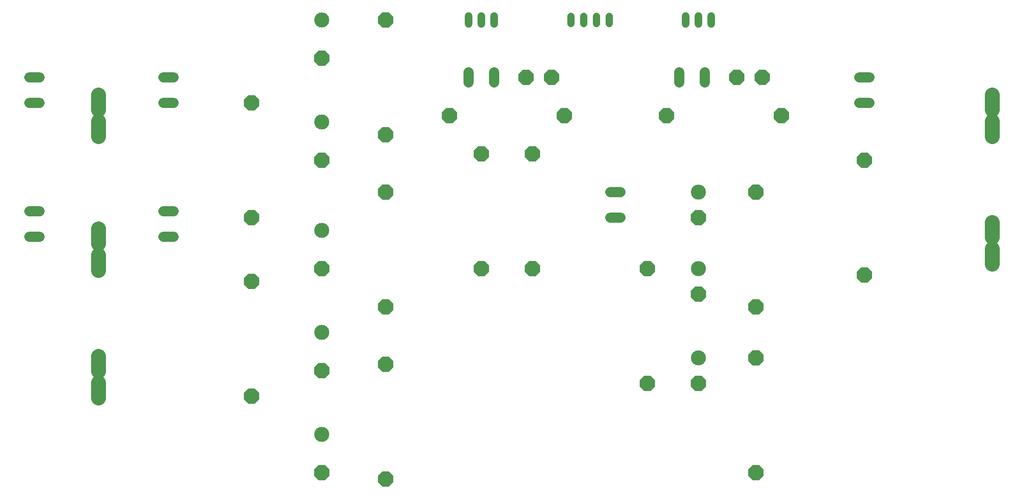
<source format=gtl>
G75*
%MOIN*%
%OFA0B0*%
%FSLAX24Y24*%
%IPPOS*%
%LPD*%
%AMOC8*
5,1,8,0,0,1.08239X$1,22.5*
%
%ADD10C,0.0787*%
%ADD11C,0.1181*%
%ADD12OC8,0.1181*%
%ADD13C,0.1181*%
%ADD14C,0.0594*%
%ADD15C,0.0560*%
D10*
X003286Y021716D02*
X004074Y021716D01*
X004074Y023716D02*
X003286Y023716D01*
X013786Y023716D02*
X014574Y023716D01*
X014574Y021716D02*
X013786Y021716D01*
X013786Y032216D02*
X014574Y032216D01*
X014574Y034216D02*
X013786Y034216D01*
X004074Y034216D02*
X003286Y034216D01*
X003286Y032216D02*
X004074Y032216D01*
X037680Y033822D02*
X037680Y034610D01*
X039680Y034610D02*
X039680Y033822D01*
X054180Y033822D02*
X054180Y034610D01*
X056180Y034610D02*
X056180Y033822D01*
X068286Y034216D02*
X069074Y034216D01*
X069074Y032216D02*
X068286Y032216D01*
X049574Y025216D02*
X048786Y025216D01*
X048786Y023216D02*
X049574Y023216D01*
D11*
X008680Y010263D02*
X008680Y009082D01*
X008680Y011169D02*
X008680Y012350D01*
X008680Y019082D02*
X008680Y020263D01*
X008680Y021169D02*
X008680Y022350D01*
X008680Y029582D02*
X008680Y030763D01*
X008680Y031669D02*
X008680Y032850D01*
X078680Y032850D02*
X078680Y031669D01*
X078680Y030763D02*
X078680Y029582D01*
X078680Y022850D02*
X078680Y021669D01*
X078680Y020763D02*
X078680Y019582D01*
D12*
X068680Y018716D03*
X060180Y016216D03*
X055680Y017216D03*
X051680Y019216D03*
X055680Y023216D03*
X060180Y025216D03*
X068680Y027716D03*
X062180Y031216D03*
X060680Y034216D03*
X058680Y034216D03*
X053180Y031216D03*
X045180Y031216D03*
X044180Y034216D03*
X042180Y034216D03*
X036180Y031216D03*
X031180Y029716D03*
X026180Y027716D03*
X031180Y025216D03*
X038680Y028216D03*
X042680Y028216D03*
X026180Y035716D03*
X031180Y038716D03*
X020680Y032216D03*
X020680Y023216D03*
X026180Y019216D03*
X020680Y018216D03*
X031180Y016216D03*
X038680Y019216D03*
X042680Y019216D03*
X031180Y011716D03*
X026180Y011216D03*
X020680Y009216D03*
X026180Y003216D03*
X031180Y002716D03*
X051680Y010216D03*
X055680Y010216D03*
X060180Y012216D03*
X060180Y003216D03*
D13*
X055680Y012216D03*
X055680Y019216D03*
X055680Y025216D03*
X026180Y022216D03*
X026180Y014216D03*
X026180Y006216D03*
X026180Y030716D03*
X026180Y038716D03*
D14*
X037680Y038419D02*
X037680Y039013D01*
X038680Y039013D02*
X038680Y038419D01*
X039680Y038419D02*
X039680Y039013D01*
X054680Y039013D02*
X054680Y038419D01*
X055680Y038419D02*
X055680Y039013D01*
X056680Y039013D02*
X056680Y038419D01*
D15*
X048680Y038436D02*
X048680Y038996D01*
X047680Y038996D02*
X047680Y038436D01*
X046680Y038436D02*
X046680Y038996D01*
X045680Y038996D02*
X045680Y038436D01*
M02*

</source>
